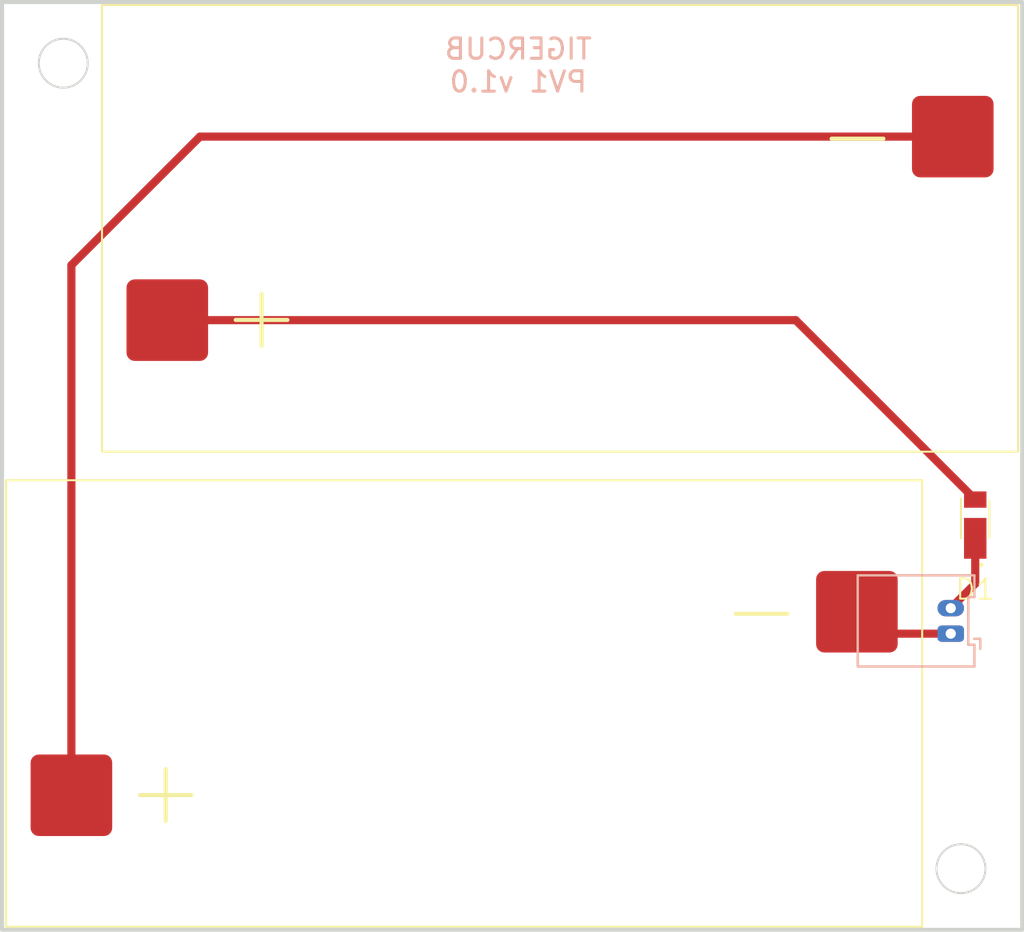
<source format=kicad_pcb>
(kicad_pcb (version 20221018) (generator pcbnew)
  (layers (0 "F.Cu" signal) (31 "B.Cu" signal) (34 "B.Paste" user) (35 "F.Paste" user) (36 "B.SilkS" user "B.Silkscreen") (37 "F.SilkS" user "F.Silkscreen") (38 "B.Mask" user) (39 "F.Mask" user) (44 "Edge.Cuts" user))
  (net 0 "")
  (net 1 "Net-(PV1--)")
  (net 2 "Net-(D1-K)")
  (net 3 "Net-(D1-A)")
  (net 4 "Net-(PV2--)")
  (footprint "thesis:SM940K09L" (layer "F.Cu") (at 105.1 100.35)
    (fp_text reference "PV1" hide)
    (fp_text value "~")
    (fp_line (start 6.35 15.24) (end 8.89 15.24) (stroke (width 0.2)) (layer "F.SilkS"))
    (fp_line (start 7.62 13.97) (end 7.62 16.51) (stroke (width 0.2)) (layer "F.SilkS"))
    (fp_line (start 35.56 6.35) (end 38.1 6.35) (stroke (width 0.2)) (layer "F.SilkS"))
    (fp_rect (start -0.2 -0.2) (end 44.7 21.7) (stroke (width 0.1)) (fill none) (layer "F.SilkS"))
    (pad "1" smd roundrect (at 3 15.25) (size 4 4) (layers "F.Cu" "F.Paste" "F.Mask") (roundrect_rratio 0.1) (net 3 "Net-(D1-A)"))
    (pad "2" smd roundrect (at 41.5 6.25) (size 4 4) (layers "F.Cu" "F.Paste" "F.Mask") (roundrect_rratio 0.1) (net 1 "Net-(PV1--)"))
  )
  (footprint "thesis:CUHS20S40H3F" (layer "F.Cu") (at 147.7 125.35 90)
    (fp_text reference "D1" (at -3.45 0 180) (layer "F.SilkS") (effects (font (thickness 0.1))))
    (fp_text value "CUHS20S40,H3F" hide)
    (fp_line (start -2.3 0.3) (end -2.3 0.3) (stroke (width 0.1)) (layer "F.SilkS"))
    (fp_line (start -2.2 0.3) (end -2.2 0.3) (stroke (width 0.1)) (layer "F.SilkS"))
    (fp_line (start -0.95 -0.7) (end 1 -0.7) (stroke (width 0.1)) (layer "F.SilkS"))
    (fp_line (start -0.9 0.7) (end 0.9 0.7) (stroke (width 0.1)) (layer "F.SilkS"))
    (fp_arc (start -2.3 0.3) (mid -2.25 0.25) (end -2.2 0.3) (stroke (width 0.1)) (layer "F.SilkS"))
    (fp_arc (start -2.2 0.3) (mid -2.25 0.35) (end -2.3 0.3) (stroke (width 0.1)) (layer "F.SilkS"))
    (pad "1" smd rect (at -0.95 0 180) (size 1.1 2) (layers "F.Cu" "F.Paste" "F.Mask") (net 2 "Net-(D1-K)"))
    (pad "2" smd rect (at 0.95 0 90) (size 0.8 1.1) (layers "F.Cu" "F.Paste" "F.Mask") (net 3 "Net-(D1-A)"))
  )
  (footprint "thesis:SM940K09L" (layer "F.Cu") (at 100.4 123.65)
    (fp_text reference "PV2" hide)
    (fp_text value "~")
    (fp_line (start 6.35 15.24) (end 8.89 15.24) (stroke (width 0.2)) (layer "F.SilkS"))
    (fp_line (start 7.62 13.97) (end 7.62 16.51) (stroke (width 0.2)) (layer "F.SilkS"))
    (fp_line (start 35.56 6.35) (end 38.1 6.35) (stroke (width 0.2)) (layer "F.SilkS"))
    (fp_rect (start -0.2 -0.2) (end 44.7 21.7) (stroke (width 0.1)) (fill none) (layer "F.SilkS"))
    (pad "1" smd roundrect (at 3 15.25) (size 4 4) (layers "F.Cu" "F.Paste" "F.Mask") (roundrect_rratio 0.1) (net 1 "Net-(PV1--)"))
    (pad "2" smd roundrect (at 41.5 6.25) (size 4 4) (layers "F.Cu" "F.Paste" "F.Mask") (roundrect_rratio 0.1) (net 4 "Net-(PV2--)"))
  )
  (footprint "Connector_Molex:Molex_PicoBlade_53048-0210_1x02_P1.25mm_Horizontal" (layer "B.Cu") (at 146.5 130.975 90)
    (fp_text reference "J1" hide)
    (fp_text value "~")
    (fp_line (start -1.61 -4.56) (end 0.625 -4.56) (stroke (width 0.12)) (layer "B.SilkS"))
    (fp_line (start -1.61 1.16) (end -1.61 -4.56) (stroke (width 0.12)) (layer "B.SilkS"))
    (fp_line (start -0.54 0.86) (end -0.54 1.16) (stroke (width 0.12)) (layer "B.SilkS"))
    (fp_line (start -0.54 1.16) (end -1.61 1.16) (stroke (width 0.12)) (layer "B.SilkS"))
    (fp_line (start -0.25 1.15) (end -0.25 1.45) (stroke (width 0.12)) (layer "B.SilkS"))
    (fp_line (start -0.25 1.45) (end -0.75 1.45) (stroke (width 0.12)) (layer "B.SilkS"))
    (fp_line (start 0.625 0.86) (end -0.54 0.86) (stroke (width 0.12)) (layer "B.SilkS"))
    (fp_line (start 0.625 0.86) (end 1.79 0.86) (stroke (width 0.12)) (layer "B.SilkS"))
    (fp_line (start 1.79 0.86) (end 1.79 1.16) (stroke (width 0.12)) (layer "B.SilkS"))
    (fp_line (start 1.79 1.16) (end 2.86 1.16) (stroke (width 0.12)) (layer "B.SilkS"))
    (fp_line (start 2.86 -4.56) (end 0.625 -4.56) (stroke (width 0.12)) (layer "B.SilkS"))
    (fp_line (start 2.86 1.16) (end 2.86 -4.56) (stroke (width 0.12)) (layer "B.SilkS"))
    (pad "1" thru_hole roundrect (at 0 0 90) (size 0.8 1.3) (drill 0.5) (layers "*.Cu" "*.Mask") (net 4 "Net-(PV2--)"))
    (pad "2" thru_hole oval (at 1.25 0 90) (size 0.8 1.3) (drill 0.5) (layers "*.Cu" "*.Mask") (net 2 "Net-(D1-K)"))
  )
  (gr_circle (center 147 142.5) (end 148.2 142.5) (stroke (width 0.1)) (fill none) (layer "Edge.Cuts"))
  (gr_circle (center 103 103) (end 104.2 103) (stroke (width 0.1)) (fill none) (layer "Edge.Cuts"))
  (gr_rect (start 100 100) (end 150 145.5) (stroke (width 0.2)) (fill none) (layer "Edge.Cuts"))
  (gr_text "TIGERCUB\nPV1 v1.0" (at 125.3 104.5) (layer "B.SilkS") (effects (font (size 1 1)) (justify bottom mirror)))
  (segment (start 109.7 106.6) (end 146.6 106.6) (width 0.4) (layer "F.Cu") (net 1))
  (segment (start 103.4 112.9) (end 109.7 106.6) (width 0.4) (layer "F.Cu") (net 1))
  (segment (start 103.4 138.9) (end 103.4 112.9) (width 0.4) (layer "F.Cu") (net 1))
  (segment (start 147.7 128.525) (end 146.5 129.725) (width 0.4) (layer "F.Cu") (net 2))
  (segment (start 147.7 126.3) (end 147.7 128.525) (width 0.4) (layer "F.Cu") (net 2))
  (segment (start 138.9 115.6) (end 147.7 124.4) (width 0.4) (layer "F.Cu") (net 3))
  (segment (start 108.1 115.6) (end 138.9 115.6) (width 0.4) (layer "F.Cu") (net 3))
  (segment (start 142.975 130.975) (end 146.5 130.975) (width 0.4) (layer "F.Cu") (net 4))
  (segment (start 141.9 129.9) (end 142.975 130.975) (width 0.4) (layer "F.Cu") (net 4))
)
</source>
